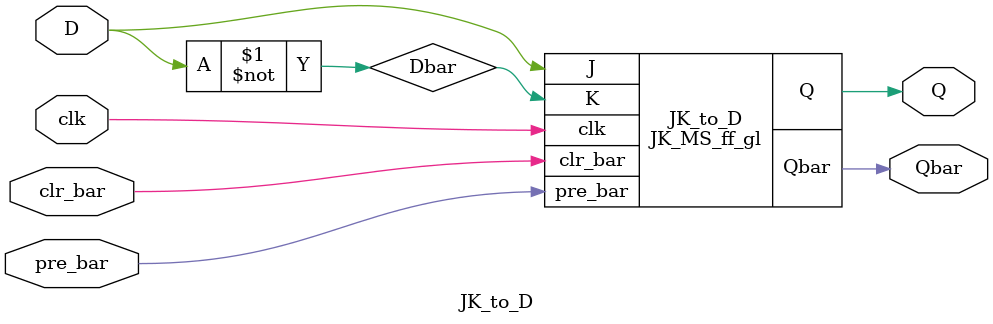
<source format=v>


module JK_MS_ff_gl(J,K,pre_bar,clr_bar,clk,Q,Qbar);

input J,K,clk,clr_bar,pre_bar;
  
output Q,Qbar;
  
wire clk_bar;
  
not inv(clk_bar,clk);
    
wire t1,t2,t3,t4,t5,t6;
  
  nand m1(t1,J,clk,Qbar);
  nand m2(t2,K,clk,Q);
  
  nand m3(t3,t4,t1,pre_bar);
  nand m4(t4,t3,t2,clr_bar);
  
  
  nand s1(t5,t3,clk_bar);
  nand s2(t6,t4,clk_bar);
  
  nand s3(Q,t5,Qbar,pre_bar);
  nand s4(Qbar,t6,Q,clr_bar);
  
  
  
  

  
endmodule
  

module JK_to_D(D,clk,pre_bar,clr_bar,Q,Qbar);
  input D,clk,pre_bar,clr_bar;
  output Q,Qbar;
  
  wire J,K,Dbar;
  not n1(Dbar,D);
  
  JK_MS_ff_gl JK_to_D(.J(D),.K(Dbar),.pre_bar(pre_bar),.clr_bar(clr_bar),.clk(clk),.Q(Q),.Qbar(Qbar));
  
  
endmodule

</source>
